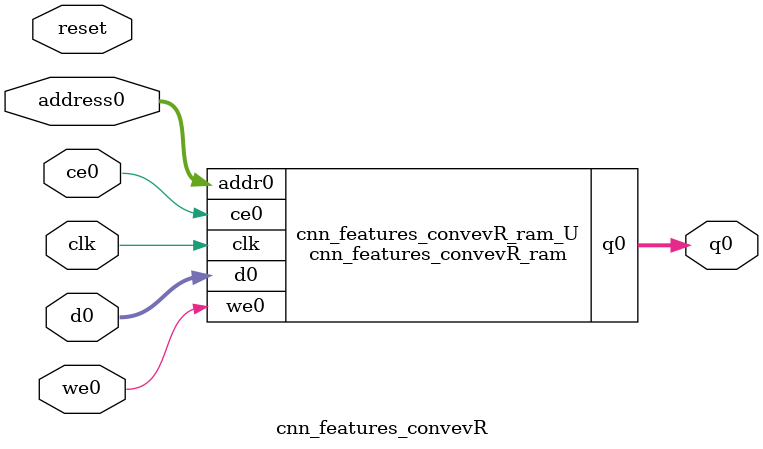
<source format=v>
`timescale 1 ns / 1 ps
module cnn_features_convevR_ram (addr0, ce0, d0, we0, q0,  clk);

parameter DWIDTH = 14;
parameter AWIDTH = 10;
parameter MEM_SIZE = 576;

input[AWIDTH-1:0] addr0;
input ce0;
input[DWIDTH-1:0] d0;
input we0;
output reg[DWIDTH-1:0] q0;
input clk;

(* ram_style = "block" *)reg [DWIDTH-1:0] ram[0:MEM_SIZE-1];




always @(posedge clk)  
begin 
    if (ce0) 
    begin
        if (we0) 
        begin 
            ram[addr0] <= d0; 
        end 
        q0 <= ram[addr0];
    end
end


endmodule

`timescale 1 ns / 1 ps
module cnn_features_convevR(
    reset,
    clk,
    address0,
    ce0,
    we0,
    d0,
    q0);

parameter DataWidth = 32'd14;
parameter AddressRange = 32'd576;
parameter AddressWidth = 32'd10;
input reset;
input clk;
input[AddressWidth - 1:0] address0;
input ce0;
input we0;
input[DataWidth - 1:0] d0;
output[DataWidth - 1:0] q0;



cnn_features_convevR_ram cnn_features_convevR_ram_U(
    .clk( clk ),
    .addr0( address0 ),
    .ce0( ce0 ),
    .we0( we0 ),
    .d0( d0 ),
    .q0( q0 ));

endmodule


</source>
